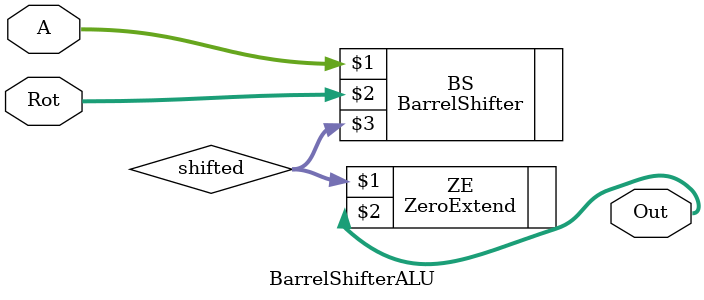
<source format=sv>
module BarrelShifterALU(input  logic [7:0]  A, 
								input  logic [3:0]  Rot, 
								output logic [31:0] Out);

logic [7:0] shifted;

BarrelShifter BS(A, Rot, shifted);
ZeroExtend #(8,32) ZE(shifted, Out);

endmodule 
</source>
